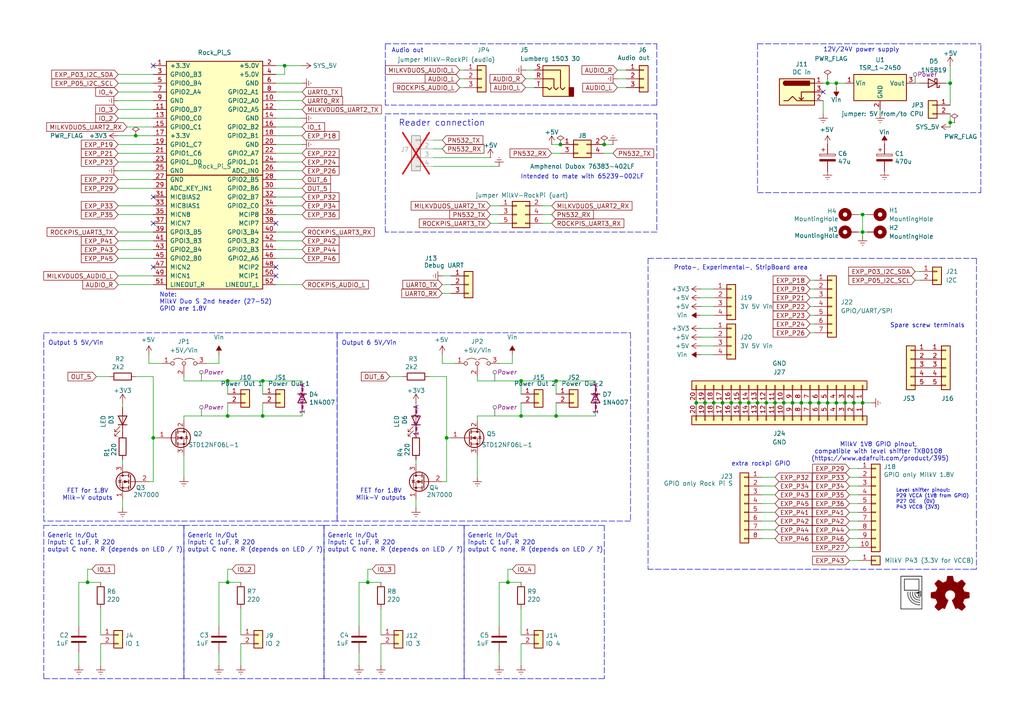
<source format=kicad_sch>
(kicad_sch (version 20250114) (generator "eeschema") (generator_version "9.0")
  (paper "A4")
  (title_block (title "Doorlockd Controller PCB") (date "2025-06-17") (comment 1 "Copyright 2025 Diederik Hamelink (wie-niet) & Matthijs Kooijman") (comment 2 "Licensed under CERN-OHL-P v2 or any later version"))
  (text "Generic In/Out \ninput: C 1uF, R 220\noutput C none, R (depends on LED / ?)" (at 54.356 154.686 0) (effects (font (size 1.27 1.27)) (justify left top)))
  (text "Reader connection" (at 115.57 36.83 0) (effects (font (size 1.778 1.778)) (justify left bottom)))
  (text "Output 6 5V/Vin" (at 99.06 100.33 0) (effects (font (size 1.27 1.27)) (justify left bottom)))
  (text "Generic In/Out \ninput: C 1uF, R 220\noutput C none, R (depends on LED / ?)" (at 94.996 154.686 0) (effects (font (size 1.27 1.27)) (justify left top)))
  (text "FET for 1.8V\nMilk-V outputs" (at 25.4 143.51 0) (effects (font (size 1.27 1.27))))
  (text "MilkV 1V8 GPIO pinout, \ncompatible with level shifter TXB0108 \n(https://www.adafruit.com/product/395)" (at 255.27 131.064 0) (effects (font (size 1.27 1.27))))
  (text "Generic In/Out \ninput: C 1uF, R 220\noutput C none, R (depends on LED / ?)" (at 13.716 154.686 0) (effects (font (size 1.27 1.27)) (justify left top)))
  (text "Intended to mate with 65239-002LF" (at 168.91 52.07 0) (effects (font (size 1.27 1.27)) (justify bottom)))
  (text "Spare screw terminals\n" (at 268.986 94.488 0) (effects (font (size 1.27 1.27))))
  (text "Output 5 5V/Vin" (at 13.97 100.33 0) (effects (font (size 1.27 1.27)) (justify left bottom)))
  (text "Level shifter pinout:\nP29 VCCA (1V8 from GPIO)\nP27 OE   (0V)\nP43 VCCB (3V3)" (at 259.842 144.78 0) (effects (font (size 1.016 1.016)) (justify left)))
  (text "Proto-, Experimental-, StripBoard area\n" (at 214.884 77.724 0) (effects (font (size 1.27 1.27))))
  (text "extra rockpi GPIO" (at 220.726 134.62 0) (effects (font (size 1.27 1.27))))
  (text "Audio out" (at 113.538 13.97 0) (effects (font (size 1.27 1.27)) (justify left top)))
  (text "Note: \nMilkV Duo S 2nd header (27-52)\nGPIO are 1.8V " (at 46.228 87.63 0) (effects (font (size 1.27 1.27)) (justify left)))
  (text "12V/24V power supply" (at 238.76 15.24 0) (effects (font (size 1.27 1.27)) (justify left bottom)))
  (text "FET for 1.8V\nMilk-V outputs" (at 110.49 143.51 0) (effects (font (size 1.27 1.27))))
  (text "Generic In/Out \ninput: C 1uF, R 220\noutput C none, R (depends on LED / ?)" (at 135.636 154.686 0) (effects (font (size 1.27 1.27)) (justify left top)))
  (junction (at 201.93 116.84))
  (junction (at 250.19 116.84))
  (junction (at 245.11 116.84))
  (junction (at 25.4 168.91))
  (junction (at 217.17 116.84))
  (junction (at 76.2 110.49))
  (junction (at 151.13 120.65))
  (junction (at 250.19 62.23))
  (junction (at 44.45 127))
  (junction (at 209.55 116.84))
  (junction (at 240.03 24.13))
  (junction (at 237.49 116.84))
  (junction (at 227.33 116.84))
  (junction (at 76.2 120.65))
  (junction (at 242.57 116.84))
  (junction (at 224.79 116.84))
  (junction (at 250.19 67.31))
  (junction (at 129.54 127))
  (junction (at 219.71 116.84))
  (junction (at 229.87 116.84))
  (junction (at 222.25 116.84))
  (junction (at 162.56 41.91))
  (junction (at 207.01 116.84))
  (junction (at 232.41 116.84))
  (junction (at 242.57 24.13))
  (junction (at 275.59 35.56))
  (junction (at 212.09 116.84))
  (junction (at 39.37 39.37))
  (junction (at 161.29 110.49))
  (junction (at 240.03 116.84))
  (junction (at 161.29 120.65))
  (junction (at 175.26 41.91))
  (junction (at 82.55 19.05))
  (junction (at 234.95 116.84))
  (junction (at 151.13 110.49))
  (junction (at 66.04 110.49))
  (junction (at 66.04 120.65))
  (junction (at 204.47 116.84))
  (junction (at 214.63 116.84))
  (junction (at 275.59 24.13))
  (junction (at 106.68 168.91))
  (junction (at 247.65 116.84))
  (junction (at 147.32 168.91))
  (junction (at 66.04 168.91))
  (no_connect (at 44.45 19.05))
  (no_connect (at 80.01 77.47))
  (no_connect (at 44.45 77.47))
  (no_connect (at 238.76 26.67))
  (no_connect (at 80.01 64.77))
  (no_connect (at 44.45 64.77))
  (no_connect (at 80.01 80.01))
  (no_connect (at 44.45 57.15))
  (wire (pts (xy 130.81 127) (xy 129.54 127)))
  (wire (pts (xy 234.95 93.98) (xy 236.22 93.98)))
  (wire (pts (xy 161.29 116.84) (xy 161.29 120.65)))
  (wire (pts (xy 44.45 109.22) (xy 44.45 127)))
  (wire (pts (xy 106.68 168.91) (xy 110.49 168.91)))
  (wire (pts (xy 80.01 36.83) (xy 87.63 36.83)))
  (wire (pts (xy 144.78 168.91) (xy 147.32 168.91)))
  (wire (pts (xy 80.01 74.93) (xy 87.63 74.93)))
  (wire (pts (xy 66.04 110.49) (xy 66.04 114.3)))
  (polyline (pts (xy 12.7 96.52) (xy 97.79 96.52)) (stroke (width 0) (type dash)))
  (wire (pts (xy 250.19 67.31) (xy 250.19 68.58)))
  (wire (pts (xy 179.07 22.86) (xy 181.61 22.86)))
  (wire (pts (xy 63.5 105.41) (xy 59.69 105.41)))
  (wire (pts (xy 43.18 139.7) (xy 44.45 139.7)))
  (wire (pts (xy 220.98 151.13) (xy 224.79 151.13)))
  (wire (pts (xy 80.01 82.55) (xy 87.63 82.55)))
  (wire (pts (xy 76.2 116.84) (xy 76.2 120.65)))
  (wire (pts (xy 67.31 165.1) (xy 66.04 165.1)))
  (wire (pts (xy 44.45 139.7) (xy 44.45 127)))
  (wire (pts (xy 147.32 165.1) (xy 147.32 168.91)))
  (wire (pts (xy 220.98 138.43) (xy 224.79 138.43)))
  (wire (pts (xy 245.11 116.84) (xy 247.65 116.84)))
  (wire (pts (xy 34.29 44.45) (xy 44.45 44.45)))
  (wire (pts (xy 87.63 119.38) (xy 87.63 120.65)))
  (wire (pts (xy 128.27 80.01) (xy 130.81 80.01)))
  (wire (pts (xy 246.38 156.21) (xy 248.92 156.21)))
  (polyline (pts (xy 12.7 151.13) (xy 12.7 96.52)) (stroke (width 0) (type dash)))
  (polyline (pts (xy 283.21 165.1) (xy 187.96 165.1)) (stroke (width 0) (type dash)))
  (wire (pts (xy 66.04 110.49) (xy 53.34 110.49)))
  (wire (pts (xy 265.43 24.13) (xy 266.7 24.13)))
  (wire (pts (xy 82.55 19.05) (xy 82.55 21.59)))
  (wire (pts (xy 217.17 116.84) (xy 219.71 116.84)))
  (wire (pts (xy 104.14 181.61) (xy 104.14 168.91)))
  (wire (pts (xy 110.49 186.69) (xy 110.49 193.04)))
  (polyline (pts (xy 219.71 55.88) (xy 284.48 55.88)) (stroke (width 0) (type dash)))
  (polyline (pts (xy 182.88 151.13) (xy 97.79 151.13)) (stroke (width 0) (type dash)))
  (wire (pts (xy 203.2 83.82) (xy 207.01 83.82)))
  (wire (pts (xy 242.57 25.4) (xy 242.57 24.13)))
  (polyline (pts (xy 182.88 96.52) (xy 182.88 151.13)) (stroke (width 0) (type dash)))
  (wire (pts (xy 138.43 120.65) (xy 151.13 120.65)))
  (wire (pts (xy 234.95 88.9) (xy 236.22 88.9)))
  (wire (pts (xy 203.2 97.79) (xy 207.01 97.79)))
  (wire (pts (xy 120.65 116.84) (xy 120.65 118.11)))
  (wire (pts (xy 220.98 156.21) (xy 224.79 156.21)))
  (wire (pts (xy 25.4 165.1) (xy 25.4 168.91)))
  (wire (pts (xy 234.95 83.82) (xy 236.22 83.82)))
  (wire (pts (xy 214.63 116.84) (xy 217.17 116.84)))
  (wire (pts (xy 246.38 138.43) (xy 248.92 138.43)))
  (wire (pts (xy 120.65 134.62) (xy 120.65 133.35)))
  (wire (pts (xy 22.86 181.61) (xy 22.86 168.91)))
  (wire (pts (xy 46.99 105.41) (xy 43.18 105.41)))
  (wire (pts (xy 66.04 165.1) (xy 66.04 168.91)))
  (wire (pts (xy 26.67 165.1) (xy 25.4 165.1)))
  (wire (pts (xy 201.93 116.84) (xy 204.47 116.84)))
  (wire (pts (xy 34.29 72.39) (xy 44.45 72.39)))
  (wire (pts (xy 87.63 111.76) (xy 87.63 110.49)))
  (wire (pts (xy 106.68 165.1) (xy 106.68 168.91)))
  (wire (pts (xy 80.01 59.69) (xy 87.63 59.69)))
  (wire (pts (xy 80.01 31.75) (xy 87.63 31.75)))
  (wire (pts (xy 138.43 109.22) (xy 138.43 110.49)))
  (wire (pts (xy 220.98 148.59) (xy 224.79 148.59)))
  (wire (pts (xy 53.34 109.22) (xy 53.34 110.49)))
  (wire (pts (xy 275.59 35.56) (xy 275.59 36.83)))
  (polyline (pts (xy 190.5 67.31) (xy 111.76 67.31)) (stroke (width 0) (type dash)))
  (polyline (pts (xy 284.48 55.88) (xy 284.48 12.7)) (stroke (width 0) (type dash)))
  (wire (pts (xy 179.07 20.32) (xy 181.61 20.32)))
  (wire (pts (xy 157.48 59.69) (xy 160.02 59.69)))
  (wire (pts (xy 204.47 116.84) (xy 207.01 116.84)))
  (wire (pts (xy 227.33 116.84) (xy 229.87 116.84)))
  (wire (pts (xy 242.57 116.84) (xy 245.11 116.84)))
  (wire (pts (xy 142.24 64.77) (xy 144.78 64.77)))
  (polyline (pts (xy 190.5 30.48) (xy 111.76 30.48)) (stroke (width 0) (type dash)))
  (wire (pts (xy 232.41 116.84) (xy 234.95 116.84)))
  (wire (pts (xy 154.94 22.86) (xy 152.4 22.86)))
  (wire (pts (xy 34.29 80.01) (xy 44.45 80.01)))
  (wire (pts (xy 161.29 120.65) (xy 172.72 120.65)))
  (wire (pts (xy 203.2 95.25) (xy 207.01 95.25)))
  (polyline (pts (xy 134.62 196.85) (xy 134.62 152.4)) (stroke (width 0) (type dash)))
  (polyline (pts (xy 97.79 151.13) (xy 12.7 151.13)) (stroke (width 0) (type dash)))
  (wire (pts (xy 275.59 24.13) (xy 275.59 30.48)))
  (wire (pts (xy 45.72 127) (xy 44.45 127)))
  (wire (pts (xy 80.01 52.07) (xy 87.63 52.07)))
  (wire (pts (xy 234.95 91.44) (xy 236.22 91.44)))
  (wire (pts (xy 242.57 24.13) (xy 245.11 24.13)))
  (wire (pts (xy 113.03 109.22) (xy 116.84 109.22)))
  (wire (pts (xy 125.73 45.72) (xy 142.24 45.72)))
  (wire (pts (xy 265.43 81.28) (xy 266.7 81.28)))
  (wire (pts (xy 157.48 64.77) (xy 160.02 64.77)))
  (wire (pts (xy 138.43 132.08) (xy 138.43 138.43)))
  (wire (pts (xy 238.76 24.13) (xy 240.03 24.13)))
  (wire (pts (xy 34.29 41.91) (xy 44.45 41.91)))
  (wire (pts (xy 34.29 39.37) (xy 39.37 39.37)))
  (wire (pts (xy 80.01 39.37) (xy 87.63 39.37)))
  (wire (pts (xy 248.92 62.23) (xy 250.19 62.23)))
  (wire (pts (xy 128.27 82.55) (xy 130.81 82.55)))
  (wire (pts (xy 154.94 20.32) (xy 152.4 20.32)))
  (wire (pts (xy 160.02 41.91) (xy 162.56 41.91)))
  (wire (pts (xy 246.38 151.13) (xy 248.92 151.13)))
  (wire (pts (xy 66.04 120.65) (xy 76.2 120.65)))
  (wire (pts (xy 148.59 165.1) (xy 147.32 165.1)))
  (wire (pts (xy 161.29 110.49) (xy 172.72 110.49)))
  (polyline (pts (xy 175.26 196.85) (xy 134.62 196.85)) (stroke (width 0) (type dash)))
  (wire (pts (xy 203.2 88.9) (xy 207.01 88.9)))
  (wire (pts (xy 80.01 54.61) (xy 87.63 54.61)))
  (wire (pts (xy 63.5 168.91) (xy 66.04 168.91)))
  (wire (pts (xy 250.19 116.84) (xy 252.73 116.84)))
  (wire (pts (xy 151.13 110.49) (xy 161.29 110.49)))
  (wire (pts (xy 53.34 132.08) (xy 53.34 138.43)))
  (wire (pts (xy 63.5 189.23) (xy 63.5 193.04)))
  (wire (pts (xy 80.01 72.39) (xy 87.63 72.39)))
  (wire (pts (xy 80.01 44.45) (xy 87.63 44.45)))
  (wire (pts (xy 35.56 116.84) (xy 35.56 118.11)))
  (wire (pts (xy 224.79 116.84) (xy 227.33 116.84)))
  (wire (pts (xy 144.78 181.61) (xy 144.78 168.91)))
  (wire (pts (xy 104.14 189.23) (xy 104.14 193.04)))
  (wire (pts (xy 151.13 176.53) (xy 151.13 184.15)))
  (polyline (pts (xy 111.76 30.48) (xy 111.76 12.7)) (stroke (width 0) (type dash)))
  (wire (pts (xy 240.03 24.13) (xy 242.57 24.13)))
  (wire (pts (xy 142.24 59.69) (xy 144.78 59.69)))
  (wire (pts (xy 34.29 59.69) (xy 44.45 59.69)))
  (polyline (pts (xy 12.7 152.4) (xy 53.34 152.4)) (stroke (width 0) (type dash)))
  (wire (pts (xy 247.65 116.84) (xy 250.19 116.84)))
  (polyline (pts (xy 97.79 96.52) (xy 97.79 151.13)) (stroke (width 0) (type dash)))
  (wire (pts (xy 80.01 49.53) (xy 87.63 49.53)))
  (wire (pts (xy 80.01 67.31) (xy 87.63 67.31)))
  (wire (pts (xy 63.5 181.61) (xy 63.5 168.91)))
  (wire (pts (xy 177.8 41.91) (xy 175.26 41.91)))
  (wire (pts (xy 151.13 110.49) (xy 151.13 114.3)))
  (polyline (pts (xy 283.21 148.59) (xy 283.21 165.1)) (stroke (width 0) (type dash)))
  (wire (pts (xy 172.72 111.76) (xy 172.72 110.49)))
  (wire (pts (xy 151.13 186.69) (xy 151.13 193.04)))
  (wire (pts (xy 234.95 86.36) (xy 236.22 86.36)))
  (wire (pts (xy 34.29 24.13) (xy 44.45 24.13)))
  (wire (pts (xy 154.94 25.4) (xy 152.4 25.4)))
  (polyline (pts (xy 190.5 33.02) (xy 190.5 67.31)) (stroke (width 0) (type dash)))
  (wire (pts (xy 220.98 153.67) (xy 224.79 153.67)))
  (wire (pts (xy 142.24 62.23) (xy 144.78 62.23)))
  (wire (pts (xy 34.29 49.53) (xy 44.45 49.53)))
  (wire (pts (xy 248.92 67.31) (xy 250.19 67.31)))
  (wire (pts (xy 157.48 62.23) (xy 160.02 62.23)))
  (wire (pts (xy 34.29 31.75) (xy 44.45 31.75)))
  (wire (pts (xy 238.76 29.21) (xy 238.76 33.02)))
  (polyline (pts (xy 53.34 196.85) (xy 12.7 196.85)) (stroke (width 0) (type dash)))
  (wire (pts (xy 125.73 48.26) (xy 144.78 48.26)))
  (wire (pts (xy 34.29 54.61) (xy 44.45 54.61)))
  (wire (pts (xy 35.56 144.78) (xy 35.56 147.32)))
  (polyline (pts (xy 187.96 74.93) (xy 283.21 74.93)) (stroke (width 0) (type dash)))
  (wire (pts (xy 76.2 110.49) (xy 87.63 110.49)))
  (wire (pts (xy 128.27 105.41) (xy 128.27 102.87)))
  (wire (pts (xy 34.29 29.21) (xy 44.45 29.21)))
  (wire (pts (xy 80.01 24.13) (xy 87.63 24.13)))
  (polyline (pts (xy 111.76 33.02) (xy 190.5 33.02)) (stroke (width 0) (type dash)))
  (wire (pts (xy 275.59 35.56) (xy 276.86 35.56)))
  (polyline (pts (xy 134.62 152.4) (xy 175.26 152.4)) (stroke (width 0) (type dash)))
  (wire (pts (xy 80.01 26.67) (xy 87.63 26.67)))
  (wire (pts (xy 246.38 148.59) (xy 248.92 148.59)))
  (wire (pts (xy 246.38 162.56) (xy 248.92 162.56)))
  (wire (pts (xy 132.08 105.41) (xy 128.27 105.41)))
  (wire (pts (xy 172.72 119.38) (xy 172.72 120.65)))
  (wire (pts (xy 44.45 36.83) (xy 36.83 36.83)))
  (wire (pts (xy 179.07 25.4) (xy 181.61 25.4)))
  (wire (pts (xy 203.2 100.33) (xy 207.01 100.33)))
  (polyline (pts (xy 219.71 12.7) (xy 219.71 55.88)) (stroke (width 0) (type dash)))
  (wire (pts (xy 128.27 40.64) (xy 125.73 40.64)))
  (wire (pts (xy 69.85 186.69) (xy 69.85 193.04)))
  (wire (pts (xy 147.32 168.91) (xy 151.13 168.91)))
  (polyline (pts (xy 53.34 152.4) (xy 93.98 152.4)) (stroke (width 0) (type dash)))
  (polyline (pts (xy 97.79 96.52) (xy 182.88 96.52)) (stroke (width 0) (type dash)))
  (wire (pts (xy 80.01 21.59) (xy 82.55 21.59)))
  (wire (pts (xy 255.27 31.75) (xy 255.27 33.02)))
  (wire (pts (xy 148.59 105.41) (xy 144.78 105.41)))
  (wire (pts (xy 240.03 22.86) (xy 240.03 24.13)))
  (polyline (pts (xy 175.26 152.4) (xy 175.26 196.85)) (stroke (width 0) (type dash)))
  (wire (pts (xy 128.27 85.09) (xy 130.81 85.09)))
  (polyline (pts (xy 190.5 12.7) (xy 190.5 30.48)) (stroke (width 0) (type dash)))
  (wire (pts (xy 82.55 19.05) (xy 87.63 19.05)))
  (wire (pts (xy 246.38 158.75) (xy 248.92 158.75)))
  (wire (pts (xy 275.59 19.05) (xy 275.59 24.13)))
  (wire (pts (xy 246.38 135.89) (xy 248.92 135.89)))
  (wire (pts (xy 207.01 116.84) (xy 209.55 116.84)))
  (wire (pts (xy 66.04 116.84) (xy 66.04 120.65)))
  (wire (pts (xy 265.43 78.74) (xy 266.7 78.74)))
  (wire (pts (xy 203.2 91.44) (xy 207.01 91.44)))
  (wire (pts (xy 76.2 114.3) (xy 76.2 110.49)))
  (wire (pts (xy 80.01 57.15) (xy 87.63 57.15)))
  (polyline (pts (xy 93.98 196.85) (xy 93.98 152.4)) (stroke (width 0) (type dash)))
  (wire (pts (xy 240.03 116.84) (xy 242.57 116.84)))
  (wire (pts (xy 250.19 62.23) (xy 250.19 67.31)))
  (polyline (pts (xy 219.71 12.7) (xy 284.48 12.7)) (stroke (width 0) (type dash)))
  (polyline (pts (xy 134.62 152.4) (xy 134.62 196.85)) (stroke (width 0) (type dash)))
  (wire (pts (xy 128.27 139.7) (xy 129.54 139.7)))
  (wire (pts (xy 212.09 116.84) (xy 214.63 116.84)))
  (wire (pts (xy 133.35 22.86) (xy 134.62 22.86)))
  (wire (pts (xy 229.87 116.84) (xy 232.41 116.84)))
  (wire (pts (xy 22.86 168.91) (xy 25.4 168.91)))
  (wire (pts (xy 80.01 69.85) (xy 87.63 69.85)))
  (wire (pts (xy 120.65 144.78) (xy 120.65 147.32)))
  (wire (pts (xy 63.5 102.87) (xy 63.5 105.41)))
  (wire (pts (xy 66.04 168.91) (xy 69.85 168.91)))
  (wire (pts (xy 203.2 102.87) (xy 207.01 102.87)))
  (wire (pts (xy 29.21 186.69) (xy 29.21 193.04)))
  (wire (pts (xy 80.01 19.05) (xy 82.55 19.05)))
  (wire (pts (xy 129.54 139.7) (xy 129.54 127)))
  (wire (pts (xy 39.37 39.37) (xy 44.45 39.37)))
  (wire (pts (xy 80.01 34.29) (xy 87.63 34.29)))
  (polyline (pts (xy 97.79 151.13) (xy 97.79 96.52)) (stroke (width 0) (type dash)))
  (wire (pts (xy 220.98 143.51) (xy 224.79 143.51)))
  (wire (pts (xy 151.13 116.84) (xy 151.13 120.65)))
  (wire (pts (xy 246.38 143.51) (xy 248.92 143.51)))
  (wire (pts (xy 34.29 69.85) (xy 44.45 69.85)))
  (polyline (pts (xy 111.76 12.7) (xy 190.5 12.7)) (stroke (width 0) (type dash)))
  (wire (pts (xy 35.56 134.62) (xy 35.56 133.35)))
  (polyline (pts (xy 12.7 196.85) (xy 12.7 152.4)) (stroke (width 0) (type dash)))
  (polyline (pts (xy 93.98 152.4) (xy 93.98 196.85)) (stroke (width 0) (type dash)))
  (wire (pts (xy 219.71 116.84) (xy 222.25 116.84)))
  (polyline (pts (xy 53.34 152.4) (xy 53.34 196.85)) (stroke (width 0) (type dash)))
  (wire (pts (xy 246.38 146.05) (xy 248.92 146.05)))
  (wire (pts (xy 107.95 165.1) (xy 106.68 165.1)))
  (wire (pts (xy 124.46 109.22) (xy 129.54 109.22)))
  (wire (pts (xy 138.43 120.65) (xy 138.43 121.92)))
  (wire (pts (xy 250.19 62.23) (xy 251.46 62.23)))
  (wire (pts (xy 22.86 189.23) (xy 22.86 193.04)))
  (wire (pts (xy 34.29 67.31) (xy 44.45 67.31)))
  (wire (pts (xy 76.2 120.65) (xy 87.63 120.65)))
  (polyline (pts (xy 187.96 74.93) (xy 187.96 165.1)) (stroke (width 0) (type dash)))
  (wire (pts (xy 246.38 153.67) (xy 248.92 153.67)))
  (wire (pts (xy 34.29 26.67) (xy 44.45 26.67)))
  (wire (pts (xy 246.38 140.97) (xy 248.92 140.97)))
  (wire (pts (xy 209.55 116.84) (xy 212.09 116.84)))
  (wire (pts (xy 104.14 168.91) (xy 106.68 168.91)))
  (wire (pts (xy 222.25 116.84) (xy 224.79 116.84)))
  (wire (pts (xy 66.04 110.49) (xy 76.2 110.49)))
  (wire (pts (xy 34.29 82.55) (xy 44.45 82.55)))
  (wire (pts (xy 151.13 120.65) (xy 161.29 120.65)))
  (polyline (pts (xy 111.76 67.31) (xy 111.76 33.02)) (stroke (width 0) (type dash)))
  (wire (pts (xy 234.95 116.84) (xy 237.49 116.84)))
  (wire (pts (xy 27.94 109.22) (xy 31.75 109.22)))
  (wire (pts (xy 129.54 109.22) (xy 129.54 127)))
  (wire (pts (xy 110.49 176.53) (xy 110.49 184.15)))
  (wire (pts (xy 220.98 146.05) (xy 224.79 146.05)))
  (wire (pts (xy 133.35 25.4) (xy 134.62 25.4)))
  (wire (pts (xy 234.95 96.52) (xy 236.22 96.52)))
  (wire (pts (xy 250.19 67.31) (xy 251.46 67.31)))
  (wire (pts (xy 39.37 109.22) (xy 44.45 109.22)))
  (wire (pts (xy 34.29 74.93) (xy 44.45 74.93)))
  (wire (pts (xy 151.13 110.49) (xy 138.43 110.49)))
  (wire (pts (xy 34.29 52.07) (xy 44.45 52.07)))
  (wire (pts (xy 29.21 176.53) (xy 29.21 184.15)))
  (wire (pts (xy 80.01 41.91) (xy 87.63 41.91)))
  (wire (pts (xy 69.85 176.53) (xy 69.85 184.15)))
  (wire (pts (xy 80.01 62.23) (xy 87.63 62.23)))
  (wire (pts (xy 80.01 29.21) (xy 87.63 29.21)))
  (wire (pts (xy 148.59 102.87) (xy 148.59 105.41)))
  (polyline (pts (xy 134.62 196.85) (xy 93.98 196.85)) (stroke (width 0) (type dash)))
  (wire (pts (xy 34.29 62.23) (xy 44.45 62.23)))
  (wire (pts (xy 144.78 189.23) (xy 144.78 193.04)))
  (wire (pts (xy 34.29 46.99) (xy 44.45 46.99)))
  (wire (pts (xy 220.98 140.97) (xy 224.79 140.97)))
  (wire (pts (xy 162.56 44.45) (xy 160.02 44.45)))
  (wire (pts (xy 161.29 114.3) (xy 161.29 110.49)))
  (wire (pts (xy 53.34 120.65) (xy 66.04 120.65)))
  (polyline (pts (xy 53.34 196.85) (xy 53.34 152.4)) (stroke (width 0) (type dash)))
  (wire (pts (xy 133.35 20.32) (xy 134.62 20.32)))
  (wire (pts (xy 125.73 43.18) (xy 128.27 43.18)))
  (wire (pts (xy 275.59 33.02) (xy 275.59 35.56)))
  (polyline (pts (xy 93.98 152.4) (xy 134.62 152.4)) (stroke (width 0) (type dash)))
  (wire (pts (xy 34.29 34.29) (xy 44.45 34.29)))
  (wire (pts (xy 34.29 21.59) (xy 44.45 21.59)))
  (polyline (pts (xy 283.21 74.93) (xy 283.21 148.59)) (stroke (width 0) (type dash)))
  (wire (pts (xy 53.34 120.65) (xy 53.34 121.92)))
  (wire (pts (xy 237.49 116.84) (xy 240.03 116.84)))
  (polyline (pts (xy 93.98 196.85) (xy 53.34 196.85)) (stroke (width 0) (type dash)))
  (wire (pts (xy 80.01 46.99) (xy 87.63 46.99)))
  (wire (pts (xy 203.2 86.36) (xy 207.01 86.36)))
  (wire (pts (xy 274.32 24.13) (xy 275.59 24.13)))
  (wire (pts (xy 43.18 105.41) (xy 43.18 102.87)))
  (wire (pts (xy 25.4 168.91) (xy 29.21 168.91)))
  (wire (pts (xy 234.95 81.28) (xy 236.22 81.28)))
  (wire (pts (xy 175.26 44.45) (xy 177.8 44.45)))
  (image (at 265.43 171.45) (scale 2))
  (global_label "PN532_RX" (shape input) (at 160.02 44.45 180) (property "Intersheetrefs" "${INTERSHEET_REFS}" (effects (hide yes))))
  (global_label "EXP_P45" (shape input) (at 224.79 146.05 0) (property "Intersheetrefs" "${INTERSHEET_REFS}" (effects (hide yes))))
  (global_label "OUT_5" (shape input) (at 87.63 54.61 0) (property "Intersheetrefs" "${INTERSHEET_REFS}" (effects (hide yes))))
  (global_label "MILKVDUOS_UART2_TX" (shape input) (at 87.63 31.75 0) (property "Intersheetrefs" "${INTERSHEET_REFS}" (effects (hide yes))))
  (global_label "EXP_P42" (shape input) (at 224.79 151.13 0) (property "Intersheetrefs" "${INTERSHEET_REFS}" (effects (hide yes))))
  (global_label "ROCKPIS_UART3_TX" (shape input) (at 142.24 64.77 180) (property "Intersheetrefs" "${INTERSHEET_REFS}" (effects (hide yes))))
  (global_label "IO_3" (shape input) (at 34.29 31.75 180) (property "Intersheetrefs" "${INTERSHEET_REFS}" (effects (hide yes))))
  (global_label "MILKVDUOS_AUDIO_L" (shape input) (at 34.29 80.01 180) (property "Intersheetrefs" "${INTERSHEET_REFS}" (effects (hide yes))))
  (global_label "EXP_P21" (shape input) (at 34.29 44.45 180) (property "Intersheetrefs" "${INTERSHEET_REFS}" (effects (hide yes))))
  (global_label "UART0_RX" (shape input) (at 87.63 29.21 0) (property "Intersheetrefs" "${INTERSHEET_REFS}" (effects (hide yes))))
  (global_label "EXP_P34" (shape input) (at 246.38 140.97 180) (property "Intersheetrefs" "${INTERSHEET_REFS}" (effects (hide yes))))
  (global_label "EXP_P34" (shape input) (at 87.63 59.69 0) (property "Intersheetrefs" "${INTERSHEET_REFS}" (effects (hide yes))))
  (global_label "IO_2" (shape input) (at 67.31 165.1 0) (property "Intersheetrefs" "${INTERSHEET_REFS}" (effects (hide yes))))
  (global_label "EXP_P29" (shape input) (at 246.38 135.89 180) (property "Intersheetrefs" "${INTERSHEET_REFS}" (effects (hide yes))))
  (global_label "UART0_RX" (shape input) (at 128.27 85.09 180) (property "Intersheetrefs" "${INTERSHEET_REFS}" (effects (hide yes))))
  (global_label "EXP_P43" (shape input) (at 246.38 162.56 180) (property "Intersheetrefs" "${INTERSHEET_REFS}" (effects (hide yes))))
  (global_label "EXP_P05_I2C_SCL" (shape input) (at 34.29 24.13 180) (property "Intersheetrefs" "${INTERSHEET_REFS}" (effects (hide yes))))
  (global_label "IO_1" (shape input) (at 87.63 36.83 0) (property "Intersheetrefs" "${INTERSHEET_REFS}" (effects (hide yes))))
  (global_label "EXP_P03_I2C_SDA" (shape input) (at 34.29 21.59 180) (property "Intersheetrefs" "${INTERSHEET_REFS}" (effects (hide yes))))
  (global_label "EXP_P34" (shape input) (at 224.79 140.97 0) (property "Intersheetrefs" "${INTERSHEET_REFS}" (effects (hide yes))))
  (global_label "MILKVDUOS_AUDIO_L" (shape input) (at 133.35 20.32 180) (property "Intersheetrefs" "${INTERSHEET_REFS}" (effects (hide yes))))
  (global_label "MILKVDUOS_UART2_TX" (shape input) (at 142.24 59.69 180) (property "Intersheetrefs" "${INTERSHEET_REFS}" (effects (hide yes))))
  (global_label "EXP_P43" (shape input) (at 34.29 72.39 180) (property "Intersheetrefs" "${INTERSHEET_REFS}" (effects (hide yes))))
  (global_label "OUT_5" (shape input) (at 27.94 109.22 180) (property "Intersheetrefs" "${INTERSHEET_REFS}" (effects (hide yes))))
  (global_label "EXP_P35" (shape input) (at 246.38 143.51 180) (property "Intersheetrefs" "${INTERSHEET_REFS}" (effects (hide yes))))
  (global_label "IO_4" (shape input) (at 34.29 26.67 180) (property "Intersheetrefs" "${INTERSHEET_REFS}" (effects (hide yes))))
  (global_label "EXP_P44" (shape input) (at 87.63 72.39 0) (property "Intersheetrefs" "${INTERSHEET_REFS}" (effects (hide yes))))
  (global_label "EXP_P35" (shape input) (at 34.29 62.23 180) (property "Intersheetrefs" "${INTERSHEET_REFS}" (effects (hide yes))))
  (global_label "PN532_TX" (shape input) (at 177.8 44.45 0) (property "Intersheetrefs" "${INTERSHEET_REFS}" (effects (hide yes))))
  (global_label "ROCKPIS_AUDIO_L" (shape input) (at 133.35 25.4 180) (property "Intersheetrefs" "${INTERSHEET_REFS}" (effects (hide yes))))
  (global_label "EXP_P23" (shape input) (at 34.29 46.99 180) (property "Intersheetrefs" "${INTERSHEET_REFS}" (effects (hide yes))))
  (global_label "EXP_P22" (shape input) (at 234.95 88.9 180) (property "Intersheetrefs" "${INTERSHEET_REFS}" (effects (hide yes))))
  (global_label "AUDIO_R" (shape input) (at 152.4 22.86 180) (property "Intersheetrefs" "${INTERSHEET_REFS}" (effects (hide yes))))
  (global_label "EXP_P18" (shape input) (at 87.63 39.37 0) (property "Intersheetrefs" "${INTERSHEET_REFS}" (effects (hide yes))))
  (global_label "EXP_P24" (shape input) (at 234.95 93.98 180) (property "Intersheetrefs" "${INTERSHEET_REFS}" (effects (hide yes))))
  (global_label "EXP_P32" (shape input) (at 87.63 57.15 0) (property "Intersheetrefs" "${INTERSHEET_REFS}" (effects (hide yes))))
  (global_label "ROCKPIS_AUDIO_L" (shape input) (at 87.63 82.55 0) (property "Intersheetrefs" "${INTERSHEET_REFS}" (effects (hide yes))))
  (global_label "EXP_P42" (shape input) (at 246.38 151.13 180) (property "Intersheetrefs" "${INTERSHEET_REFS}" (effects (hide yes))))
  (global_label "EXP_P22" (shape input) (at 87.63 44.45 0) (property "Intersheetrefs" "${INTERSHEET_REFS}" (effects (hide yes))))
  (global_label "EXP_P23" (shape input) (at 234.95 91.44 180) (property "Intersheetrefs" "${INTERSHEET_REFS}" (effects (hide yes))))
  (global_label "EXP_P26" (shape input) (at 87.63 49.53 0) (property "Intersheetrefs" "${INTERSHEET_REFS}" (effects (hide yes))))
  (global_label "OUT_6" (shape input) (at 87.63 52.07 0) (property "Intersheetrefs" "${INTERSHEET_REFS}" (effects (hide yes))))
  (global_label "UART0_TX" (shape input) (at 128.27 82.55 180) (property "Intersheetrefs" "${INTERSHEET_REFS}" (effects (hide yes))))
  (global_label "EXP_P33" (shape input) (at 34.29 59.69 180) (property "Intersheetrefs" "${INTERSHEET_REFS}" (effects (hide yes))))
  (global_label "EXP_P45" (shape input) (at 34.29 74.93 180) (property "Intersheetrefs" "${INTERSHEET_REFS}" (effects (hide yes))))
  (global_label "PN532_TX" (shape input) (at 128.27 40.64 0) (property "Intersheetrefs" "${INTERSHEET_REFS}" (effects (hide yes))))
  (global_label "EXP_P19" (shape input) (at 34.29 41.91 180) (property "Intersheetrefs" "${INTERSHEET_REFS}" (effects (hide yes))))
  (global_label "EXP_P03_I2C_SDA" (shape input) (at 265.43 78.74 180) (property "Intersheetrefs" "${INTERSHEET_REFS}" (effects (hide yes))))
  (global_label "AUDIO_R" (shape input) (at 34.29 82.55 180) (property "Intersheetrefs" "${INTERSHEET_REFS}" (effects (hide yes))))
  (global_label "EXP_P05_I2C_SCL" (shape input) (at 265.43 81.28 180) (property "Intersheetrefs" "${INTERSHEET_REFS}" (effects (hide yes))))
  (global_label "PN532_RX" (shape input) (at 128.27 43.18 0) (property "Intersheetrefs" "${INTERSHEET_REFS}" (effects (hide yes))))
  (global_label "EXP_P44" (shape input) (at 224.79 153.67 0) (property "Intersheetrefs" "${INTERSHEET_REFS}" (effects (hide yes))))
  (global_label "EXP_P41" (shape input) (at 246.38 148.59 180) (property "Intersheetrefs" "${INTERSHEET_REFS}" (effects (hide yes))))
  (global_label "EXP_P29" (shape input) (at 34.29 54.61 180) (property "Intersheetrefs" "${INTERSHEET_REFS}" (effects (hide yes))))
  (global_label "IO_4" (shape input) (at 148.59 165.1 0) (property "Intersheetrefs" "${INTERSHEET_REFS}" (effects (hide yes))))
  (global_label "EXP_P33" (shape input) (at 246.38 138.43 180) (property "Intersheetrefs" "${INTERSHEET_REFS}" (effects (hide yes))))
  (global_label "EXP_P41" (shape input) (at 34.29 69.85 180) (property "Intersheetrefs" "${INTERSHEET_REFS}" (effects (hide yes))))
  (global_label "EXP_P46" (shape input) (at 87.63 74.93 0) (property "Intersheetrefs" "${INTERSHEET_REFS}" (effects (hide yes))))
  (global_label "ROCKPIS_UART3_RX" (shape input) (at 160.02 64.77 0) (property "Intersheetrefs" "${INTERSHEET_REFS}" (effects (hide yes))))
  (global_label "EXP_P27" (shape input) (at 34.29 52.07 180) (property "Intersheetrefs" "${INTERSHEET_REFS}" (effects (hide yes))))
  (global_label "EXP_P42" (shape input) (at 87.63 69.85 0) (property "Intersheetrefs" "${INTERSHEET_REFS}" (effects (hide yes))))
  (global_label "PN532_TX" (shape input) (at 142.24 62.23 180) (property "Intersheetrefs" "${INTERSHEET_REFS}" (effects (hide yes))))
  (global_label "MILKVDUOS_UART2_RX" (shape input) (at 160.02 59.69 0) (property "Intersheetrefs" "${INTERSHEET_REFS}" (effects (hide yes))))
  (global_label "AUDIO_L" (shape input) (at 152.4 25.4 180) (property "Intersheetrefs" "${INTERSHEET_REFS}" (effects (hide yes))))
  (global_label "EXP_P19" (shape input) (at 234.95 83.82 180) (property "Intersheetrefs" "${INTERSHEET_REFS}" (effects (hide yes))))
  (global_label "EXP_P46" (shape input) (at 246.38 156.21 180) (property "Intersheetrefs" "${INTERSHEET_REFS}" (effects (hide yes))))
  (global_label "OUT_6" (shape input) (at 113.03 109.22 180) (property "Intersheetrefs" "${INTERSHEET_REFS}" (effects (hide yes))))
  (global_label "AUDIO_L" (shape input) (at 133.35 22.86 180) (property "Intersheetrefs" "${INTERSHEET_REFS}" (effects (hide yes))))
  (global_label "EXP_P43" (shape input) (at 224.79 143.51 0) (property "Intersheetrefs" "${INTERSHEET_REFS}" (effects (hide yes))))
  (global_label "EXP_P32" (shape input) (at 224.79 138.43 0) (property "Intersheetrefs" "${INTERSHEET_REFS}" (effects (hide yes))))
  (global_label "AUDIO_R" (shape input) (at 179.07 20.32 180) (property "Intersheetrefs" "${INTERSHEET_REFS}" (effects (hide yes))))
  (global_label "EXP_P18" (shape input) (at 234.95 81.28 180) (property "Intersheetrefs" "${INTERSHEET_REFS}" (effects (hide yes))))
  (global_label "IO_2" (shape input) (at 34.29 34.29 180) (property "Intersheetrefs" "${INTERSHEET_REFS}" (effects (hide yes))))
  (global_label "EXP_P26" (shape input) (at 234.95 96.52 180) (property "Intersheetrefs" "${INTERSHEET_REFS}" (effects (hide yes))))
  (global_label "ROCKPIS_UART3_RX" (shape input) (at 87.63 67.31 0) (property "Intersheetrefs" "${INTERSHEET_REFS}" (effects (hide yes))))
  (global_label "IO_1" (shape input) (at 26.67 165.1 0) (property "Intersheetrefs" "${INTERSHEET_REFS}" (effects (hide yes))))
  (global_label "EXP_P44" (shape input) (at 246.38 153.67 180) (property "Intersheetrefs" "${INTERSHEET_REFS}" (effects (hide yes))))
  (global_label "EXP_P24" (shape input) (at 87.63 46.99 0) (property "Intersheetrefs" "${INTERSHEET_REFS}" (effects (hide yes))))
  (global_label "EXP_P36" (shape input) (at 246.38 146.05 180) (property "Intersheetrefs" "${INTERSHEET_REFS}" (effects (hide yes))))
  (global_label "EXP_P36" (shape input) (at 87.63 62.23 0) (property "Intersheetrefs" "${INTERSHEET_REFS}" (effects (hide yes))))
  (global_label "ROCKPIS_UART3_TX" (shape input) (at 34.29 67.31 180) (property "Intersheetrefs" "${INTERSHEET_REFS}" (effects (hide yes))))
  (global_label "MILKVDUOS_UART2_RX" (shape input) (at 36.83 36.83 180) (property "Intersheetrefs" "${INTERSHEET_REFS}" (effects (hide yes))))
  (global_label "EXP_P41" (shape input) (at 224.79 148.59 0) (property "Intersheetrefs" "${INTERSHEET_REFS}" (effects (hide yes))))
  (global_label "UART0_TX" (shape input) (at 87.63 26.67 0) (property "Intersheetrefs" "${INTERSHEET_REFS}" (effects (hide yes))))
  (global_label "EXP_P21" (shape input) (at 234.95 86.36 180) (property "Intersheetrefs" "${INTERSHEET_REFS}" (effects (hide yes))))
  (global_label "IO_3" (shape input) (at 107.95 165.1 0) (property "Intersheetrefs" "${INTERSHEET_REFS}" (effects (hide yes))))
  (global_label "PN532_RX" (shape input) (at 160.02 62.23 0) (property "Intersheetrefs" "${INTERSHEET_REFS}" (effects (hide yes))))
  (global_label "EXP_P46" (shape input) (at 224.79 156.21 0) (property "Intersheetrefs" "${INTERSHEET_REFS}" (effects (hide yes))))
  (global_label "AUDIO_L" (shape input) (at 179.07 25.4 180) (property "Intersheetrefs" "${INTERSHEET_REFS}" (effects (hide yes))))
  (global_label "EXP_P27" (shape input) (at 246.38 158.75 180) (property "Intersheetrefs" "${INTERSHEET_REFS}" (effects (hide yes))))
  (netclass_flag "" (length 2.54) (shape round) (at 58.42 110.49 0) (property "Netclass" "Power" (at 59.0296 107.95 0) (effects (font (italic yes)) (justify left))))
  (netclass_flag "" (length 2.54) (shape round) (at 143.51 110.49 0) (property "Netclass" "Power" (at 144.1196 107.95 0) (effects (font (italic yes)) (justify left))))
  (netclass_flag "" (length 2.54) (shape round) (at 58.42 120.65 0) (property "Netclass" "Power" (at 59.0296 118.11 0) (effects (font (italic yes)) (justify left))))
  (netclass_flag "" (length 2.54) (shape round) (at 265.43 24.13 0) (property "Netclass" "Power" (at 266.0396 21.59 0) (effects (justify left))))
  (netclass_flag "" (length 2.54) (shape round) (at 143.51 120.65 0) (property "Netclass" "Power" (at 144.1196 118.11 0) (effects (font (italic yes)) (justify left))))
  (symbol (lib_id "Regulator_Switching:TSR_1-2450") (at 255.27 26.67 0) (unit 1)
    (property "Reference" "U1" (at 255.27 17.3482 0))
    (property "Value" "TSR_1-2450" (at 255.27 19.6596 0))
    (property "Footprint" "Converter_DCDC:Converter_DCDC_TRACO_TSR-1_THT" (effects (hide yes)))
    (property "Datasheet" "http://www.tracopower.com/products/tsr1.pdf" (effects (hide yes)))
    (property "Description" "1A step-down regulator module, fixed 5V output voltage, 5-36V input voltage, -40°C to +85°C temperature range, TO-220 compatible LM78xx replacement" (effects (hide yes)))
  )
  (symbol (lib_id "power:VS") (at 242.57 25.4 0) (mirror x) (unit 1)
    (property "Reference" "#PWR0112" (effects (hide yes)))
    (property "Value" "Vin" (at 242.57 28.956 0))
    (property "Description" "Power symbol creates a global label with name \"VS\"" (effects (hide yes)))
  )
  (symbol (lib_id "power:+5V") (at 275.59 19.05 0) (unit 1)
    (property "Reference" "#PWR0113" (effects (hide yes)))
    (property "Value" "+5V" (at 275.59 15.494 0))
    (property "Description" "Power symbol creates a global label with name \"+5V\"" (effects (hide yes)))
  )
  (symbol (lib_id "power:Earth") (at 238.76 33.02 0) (unit 1)
    (property "Reference" "#PWR018" (effects (hide yes)))
    (property "Value" "Earth" (effects (hide yes)))
    (property "Description" "Power symbol creates a global label with name \"Earth\"" (effects (hide yes)))
  )
  (symbol (lib_id "power:Earth") (at 255.27 33.02 0) (unit 1)
    (property "Reference" "#PWR019" (effects (hide yes)))
    (property "Value" "Earth" (effects (hide yes)))
    (property "Description" "Power symbol creates a global label with name \"Earth\"" (effects (hide yes)))
  )
  (symbol (lib_id "Connector:Barrel_Jack_Switch") (at 231.14 26.67 0) (unit 1)
    (property "Reference" "J11" (at 232.537 18.6182 0))
    (property "Value" "DC in" (at 232.537 20.9296 0))
    (property "Footprint" "Connector_BarrelJack:BarrelJack_Horizontal" (effects (hide yes)))
    (property "Description" "DC Barrel Jack with an internal switch" (effects (hide yes)))
  )
  (symbol (lib_id "Device:R") (at 29.21 172.72 0) (unit 1)
    (property "Reference" "R6" (at 30.988 171.5516 0) (effects (justify left)))
    (property "Value" "220" (at 30.988 173.863 0) (effects (justify left)))
    (property "Footprint" "Resistor_THT:R_Axial_DIN0207_L6.3mm_D2.5mm_P10.16mm_Horizontal" (effects (hide yes)))
    (property "Description" "Resistor" (effects (hide yes)))
  )
  (symbol (lib_id "Device:C") (at 22.86 185.42 0) (mirror x) (unit 1)
    (property "Reference" "C2" (at 19.939 184.2516 0) (effects (justify right)))
    (property "Value" "1uF" (at 19.939 186.563 0) (effects (justify right)))
    (property "Footprint" "Capacitor_THT:C_Disc_D7.5mm_W4.4mm_P5.00mm" (effects (hide yes)))
    (property "Description" "Unpolarized capacitor" (effects (hide yes)))
  )
  (symbol (lib_id "Connector_Generic:Conn_01x02") (at 34.29 184.15 0) (unit 1)
    (property "Reference" "J4" (at 36.322 184.3532 0) (effects (justify left)))
    (property "Value" "IO 1" (at 36.322 186.6646 0) (effects (justify left)))
    (property "Footprint" "Connector_Molex:Molex_KK-254_AE-6410-02A_1x02_P2.54mm_Vertical" (effects (hide yes)))
    (property "Description" "Generic connector, single row, 01x02, script generated (kicad-library-utils/schlib/autogen/connector/)" (effects (hide yes)))
  )
  (symbol (lib_id "power:Earth") (at 22.86 193.04 0) (unit 1)
    (property "Reference" "#PWR015" (effects (hide yes)))
    (property "Value" "Earth" (effects (hide yes)))
    (property "Description" "Power symbol creates a global label with name \"Earth\"" (effects (hide yes)))
  )
  (symbol (lib_id "power:Earth") (at 29.21 193.04 0) (unit 1)
    (property "Reference" "#PWR017" (effects (hide yes)))
    (property "Value" "Earth" (effects (hide yes)))
    (property "Description" "Power symbol creates a global label with name \"Earth\"" (effects (hide yes)))
  )
  (symbol (lib_id "Graphic:Logo_Open_Hardware_Small") (at 275.59 172.72 0) (unit 1) (exclude_from_sim yes)
    (property "Reference" "#LOGO1" (effects (hide yes)))
    (property "Value" "Logo_Open_Hardware_Small" (effects (hide yes)))
    (property "Description" "Open Hardware logo, small" (effects (hide yes)))
  )
  (symbol (lib_id "Mechanical:MountingHole_Pad") (at 254 67.31 270) (unit 1) (in_bom no)
    (property "Reference" "H2" (at 257.81 66.0399 90) (effects (justify left)))
    (property "Value" "MountingHole" (at 257.81 68.5799 90) (effects (justify left)))
    (property "Footprint" "MountingHole_Dual_3.2mm_M3_Offset1x0.5mm:MountingHole_Dual_3.2mm_M3_Offset1x0.5mm" (effects (hide yes)))
    (property "Description" "Mounting Hole with connection" (effects (hide yes)))
  )
  (symbol (lib_id "Device:R") (at 69.85 172.72 0) (unit 1)
    (property "Reference" "R7" (at 71.628 171.5516 0) (effects (justify left)))
    (property "Value" "220" (at 71.628 173.863 0) (effects (justify left)))
    (property "Footprint" "Resistor_THT:R_Axial_DIN0207_L6.3mm_D2.5mm_P10.16mm_Horizontal" (effects (hide yes)))
    (property "Description" "Resistor" (effects (hide yes)))
  )
  (symbol (lib_id "power:Earth") (at 144.78 48.26 180) (unit 1)
    (property "Reference" "#PWR024" (effects (hide yes)))
    (property "Value" "Earth" (effects (hide yes)))
    (property "Description" "Power symbol creates a global label with name \"Earth\"" (effects (hide yes)))
  )
  (symbol (lib_id "power:Earth") (at 35.56 147.32 0) (unit 1)
    (property "Reference" "#PWR02" (effects (hide yes)))
    (property "Value" "Earth" (effects (hide yes)))
    (property "Description" "Power symbol creates a global label with name \"Earth\"" (effects (hide yes)))
  )
  (symbol (lib_id "Connector_Generic:Conn_01x02") (at 271.78 78.74 0) (unit 1)
    (property "Reference" "J21" (at 274.32 78.7399 0) (effects (justify left)))
    (property "Value" "I2C" (at 274.32 81.2799 0) (effects (justify left)))
    (property "Footprint" "StripBoard:StripBoard_1x02_P2.54mm" (effects (hide yes)))
    (property "Description" "Generic connector, single row, 01x02, script generated (kicad-library-utils/schlib/autogen/connector/)" (effects (hide yes)))
  )
  (symbol (lib_id "power:+5V") (at 275.59 36.83 90) (mirror x) (unit 1)
    (property "Reference" "#PWR09" (effects (hide yes)))
    (property "Value" "SYS_5V" (at 268.986 36.83 90))
    (property "Description" "Power symbol creates a global label with name \"+5V\"" (effects (hide yes)))
  )
  (symbol (lib_id "power:Earth") (at 152.4 20.32 270) (unit 1)
    (property "Reference" "#PWR01" (effects (hide yes)))
    (property "Value" "Earth" (effects (hide yes)))
    (property "Description" "Power symbol creates a global label with name \"Earth\"" (effects (hide yes)))
  )
  (symbol (lib_id "Transistor_FET:Q_NMOS_GDS") (at 135.89 127 0) (unit 1)
    (property "Reference" "Q5" (at 141.097 125.8316 0) (effects (justify left)))
    (property "Value" "STD12NF06L-1" (at 139.7 129.032 0) (effects (justify left)))
    (property "Footprint" "Package_TO_SOT_THT:TO-251-3_Vertical" (effects (hide yes)))
    (property "Description" "N-MOSFET transistor, gate/drain/source" (effects (hide yes)))
  )
  (symbol (lib_id "Transistor_FET:2N7000") (at 123.19 139.7 0) (mirror y) (unit 1)
    (property "Reference" "Q4" (at 127.254 141.478 0) (effects (justify left)))
    (property "Value" "2N7000" (at 131.318 143.51 0) (effects (justify left)))
    (property "Footprint" "Package_TO_SOT_THT:TO-92_Wide" (effects (hide yes)))
    (property "Datasheet" "https://www.vishay.com/docs/70226/70226.pdf" (effects (hide yes)))
    (property "Description" "0.2A Id, 200V Vds, N-Channel MOSFET, 2.6V Logic Level, TO-92" (effects (hide yes)))
  )
  (symbol (lib_id "Device:C_Polarized") (at 256.54 45.72 0) (unit 1)
    (property "Reference" "C1" (at 259.5372 44.5516 0) (effects (justify left)))
    (property "Value" "470u" (at 259.5372 46.863 0) (effects (justify left)))
    (property "Footprint" "Capacitor_THT:CP_Radial_D10.0mm_P5.00mm" (effects (hide yes)))
    (property "Description" "Polarized capacitor" (effects (hide yes)))
  )
  (symbol (lib_id "power:Earth") (at 177.8 41.91 180) (unit 1)
    (property "Reference" "#PWR022" (effects (hide yes)))
    (property "Value" "Earth" (effects (hide yes)))
    (property "Description" "Power symbol creates a global label with name \"Earth\"" (effects (hide yes)))
  )
  (symbol (lib_id "power:Earth") (at 34.29 49.53 270) (unit 1)
    (property "Reference" "#PWR038" (effects (hide yes)))
    (property "Value" "Earth" (effects (hide yes)))
    (property "Description" "Power symbol creates a global label with name \"Earth\"" (effects (hide yes)))
  )
  (symbol (lib_id "power:+5V") (at 203.2 95.25 90) (unit 1)
    (property "Reference" "#PWR041" (effects (hide yes)))
    (property "Value" "+3V3" (at 197.358 95.25 90))
    (property "Description" "Power symbol creates a global label with name \"+5V\"" (effects (hide yes)))
  )
  (symbol (lib_id "power:+5V") (at 87.63 19.05 270) (mirror x) (unit 1)
    (property "Reference" "#PWR039" (effects (hide yes)))
    (property "Value" "SYS_5V" (at 94.234 19.05 90))
    (property "Description" "Power symbol creates a global label with name \"+5V\"" (effects (hide yes)))
  )
  (symbol (lib_id "Connector_Generic:Conn_02x03_Odd_Even") (at 149.86 62.23 0) (unit 1)
    (property "Reference" "JP5" (effects (hide yes)))
    (property "Value" "jumper MilkV-RockPi (uart)" (at 151.384 56.642 0))
    (property "Footprint" "Connector_PinHeader_2.54mm:PinHeader_2x03_P2.54mm_Vertical" (effects (hide yes)))
    (property "Description" "Generic connector, double row, 02x03, odd/even pin numbering scheme (row 1 odd numbers, row 2 even numbers), script generated (kicad-library-utils/schlib/autogen/connector/)" (effects (hide yes)))
  )
  (symbol (lib_id "Mechanical:MountingHole_Pad") (at 246.38 67.31 90) (mirror x) (unit 1) (in_bom no)
    (property "Reference" "H3" (at 240.284 66.548 90) (effects (justify right)))
    (property "Value" "MountingHole" (at 230.378 68.326 90) (effects (justify right)))
    (property "Footprint" "MountingHole_Dual_3.2mm_M3_Offset1x0.5mm:MountingHole_Dual_3.2mm_M3_Offset1x0.5mm" (effects (hide yes)))
    (property "Description" "Mounting Hole with connection" (effects (hide yes)))
  )
  (symbol (lib_id "Transistor_FET:Q_NMOS_GDS") (at 50.8 127 0) (unit 1)
    (property "Reference" "Q2" (at 56.007 125.8316 0) (effects (justify left)))
    (property "Value" "STD12NF06L-1" (at 54.61 129.032 0) (effects (justify left)))
    (property "Footprint" "Package_TO_SOT_THT:TO-251-3_Vertical" (effects (hide yes)))
    (property "Description" "N-MOSFET transistor, gate/drain/source" (effects (hide yes)))
  )
  (symbol (lib_id "power:+5V") (at 203.2 100.33 90) (unit 1)
    (property "Reference" "#PWR0119" (effects (hide yes)))
    (property "Value" "+5V" (at 197.866 100.33 90))
    (property "Description" "Power symbol creates a global label with name \"+5V\"" (effects (hide yes)))
  )
  (symbol (lib_id "Connector_Generic:Conn_01x02") (at 270.51 30.48 0) (mirror y) (unit 1)
    (property "Reference" "JP3" (at 267.97 30.4799 0) (effects (justify left)))
    (property "Value" "jumper: 5V from/to CPU" (at 267.97 33.0199 0) (effects (justify left)))
    (property "Footprint" "Connector_PinHeader_2.54mm:PinHeader_2x01_P2.54mm_Vertical" (effects (hide yes)))
    (property "Description" "Generic connector, single row, 01x02, script generated (kicad-library-utils/schlib/autogen/connector/)" (effects (hide yes)))
  )
  (symbol (lib_id "power:+5V") (at 240.03 41.91 0) (unit 1)
    (property "Reference" "#PWR032" (effects (hide yes)))
    (property "Value" "+5V" (at 239.776 37.592 0))
    (property "Description" "Power symbol creates a global label with name \"+5V\"" (effects (hide yes)))
  )
  (symbol (lib_id "Device:R") (at 110.49 172.72 0) (unit 1)
    (property "Reference" "R8" (at 112.268 171.5516 0) (effects (justify left)))
    (property "Value" "220" (at 112.268 173.863 0) (effects (justify left)))
    (property "Footprint" "Resistor_THT:R_Axial_DIN0207_L6.3mm_D2.5mm_P10.16mm_Horizontal" (effects (hide yes)))
    (property "Description" "Resistor" (effects (hide yes)))
  )
  (symbol (lib_id "power:Earth") (at 250.19 68.58 0) (mirror y) (unit 1)
    (property "Reference" "#PWR042" (effects (hide yes)))
    (property "Value" "Earth" (effects (hide yes)))
    (property "Description" "Power symbol creates a global label with name \"Earth\"" (effects (hide yes)))
  )
  (symbol (lib_id "power:Earth") (at 240.03 49.53 0) (unit 1)
    (property "Reference" "#PWR033" (effects (hide yes)))
    (property "Value" "Earth" (effects (hide yes)))
    (property "Description" "Power symbol creates a global label with name \"Earth\"" (effects (hide yes)))
  )
  (symbol (lib_id "power:+5V") (at 35.56 116.84 0) (unit 1)
    (property "Reference" "#PWR08" (effects (hide yes)))
    (property "Value" "+3V3" (at 35.56 113.284 0))
    (property "Description" "Power symbol creates a global label with name \"+5V\"" (effects (hide yes)))
  )
  (symbol (lib_id "Connector_Audio:AudioJack3") (at 160.02 22.86 0) (mirror y) (unit 1)
    (property "Reference" "J5" (at 150.876 14.478 0) (effects (justify right)))
    (property "Value" "Lumberg 1503 30" (at 150.876 17.018 0) (effects (justify right)))
    (property "Footprint" "Connector_Audio:Jack_3.5mm_Lumberg_1503_07_Horizontal" (effects (hide yes)))
    (property "Description" "Audio Jack, 3 Poles (Stereo / TRS)" (effects (hide yes)))
    (property "Note" "Lumberg 1503 30 and 07 have same footprint (but different pinout!)" (effects (hide yes)))
  )
  (symbol (lib_id "Device:C") (at 63.5 185.42 0) (mirror x) (unit 1)
    (property "Reference" "C3" (at 60.579 184.2516 0) (effects (justify right)))
    (property "Value" "1uF" (at 60.579 186.563 0) (effects (justify right)))
    (property "Footprint" "Capacitor_THT:C_Disc_D7.5mm_W4.4mm_P5.00mm" (effects (hide yes)))
    (property "Description" "Unpolarized capacitor" (effects (hide yes)))
  )
  (symbol (lib_id "Mechanical:MountingHole_Pad") (at 246.38 62.23 90) (mirror x) (unit 1) (in_bom no)
    (property "Reference" "H4" (at 241.3 61.214 90))
    (property "Value" "MountingHole" (at 236.728 63.5 90))
    (property "Footprint" "MountingHole_Dual_3.2mm_M3_Offset1x0.5mm:MountingHole_Dual_3.2mm_M3_Offset1x0.5mm" (effects (hide yes)))
    (property "Description" "Mounting Hole with connection" (effects (hide yes)))
  )
  (symbol (lib_id "power:Earth") (at 53.34 138.43 0) (unit 1)
    (property "Reference" "#PWR03" (effects (hide yes)))
    (property "Value" "Earth" (effects (hide yes)))
    (property "Description" "Power symbol creates a global label with name \"Earth\"" (effects (hide yes)))
  )
  (symbol (lib_id "RockPiS:Rock_Pi_S") (at 62.23 67.31 0) (unit 2)
    (property "Reference" "U2" (effects (hide yes)))
    (property "Value" "Rock_Pi_S" (at 62.23 48.26 0))
    (property "Footprint" "RockPiS:Rock_Pi_S" (effects (hide yes)))
    (property "Description" "Radxa Rock Pi S" (effects (hide yes)))
  )
  (symbol (lib_id "power:Earth") (at 256.54 49.53 0) (unit 1)
    (property "Reference" "#PWR06" (effects (hide yes)))
    (property "Value" "Earth" (effects (hide yes)))
    (property "Description" "Power symbol creates a global label with name \"Earth\"" (effects (hide yes)))
  )
  (symbol (lib_id "power:VS") (at 148.59 102.87 0) (mirror y) (unit 1)
    (property "Reference" "#PWR037" (effects (hide yes)))
    (property "Value" "Vin" (at 148.59 97.79 0))
    (property "Description" "Power symbol creates a global label with name \"VS\"" (effects (hide yes)))
  )
  (symbol (lib_id "Device:R") (at 151.13 172.72 0) (unit 1)
    (property "Reference" "R9" (at 152.908 171.5516 0) (effects (justify left)))
    (property "Value" "220" (at 152.908 173.863 0) (effects (justify left)))
    (property "Footprint" "Resistor_THT:R_Axial_DIN0207_L6.3mm_D2.5mm_P10.16mm_Horizontal" (effects (hide yes)))
    (property "Description" "Resistor" (effects (hide yes)))
  )
  (symbol (lib_id "Connector_Generic:Conn_01x03") (at 186.69 22.86 0) (unit 1)
    (property "Reference" "J6" (at 185.166 14.478 0) (effects (justify left)))
    (property "Value" "Audio out" (at 179.07 16.764 0) (effects (justify left)))
    (property "Footprint" "Connector_Molex:Molex_KK-254_AE-6410-03A_1x03_P2.54mm_Vertical" (effects (hide yes)))
    (property "Description" "Generic connector, single row, 01x03, script generated (kicad-library-utils/schlib/autogen/connector/)" (effects (hide yes)))
  )
  (symbol (lib_id "Connector_Generic:Conn_01x04") (at 120.65 43.18 0) (mirror y) (unit 1) (dnp yes)
    (property "Reference" "J7" (at 118.618 43.3832 0) (effects (justify left)))
    (property "Value" "Conn_01x04" (effects (hide yes)))
    (property "Footprint" "Connector_PinHeader_2.54mm:PinHeader_1x04_P2.54mm_Vertical" (effects (hide yes)))
    (property "Description" "Generic connector, single row, 01x04, script generated (kicad-library-utils/schlib/autogen/connector/)" (effects (hide yes)))
  )
  (symbol (lib_id "Connector_Generic:Conn_01x03") (at 135.89 82.55 0) (unit 1)
    (property "Reference" "J13" (at 123.19 74.93 0) (effects (justify left)))
    (property "Value" "Debug UART" (at 122.936 76.962 0) (effects (justify left)))
    (property "Footprint" "Connector_PinHeader_2.54mm:PinHeader_1x03_P2.54mm_Vertical" (effects (hide yes)))
    (property "Description" "Generic connector, single row, 01x03, script generated (kicad-library-utils/schlib/autogen/connector/)" (effects (hide yes)))
  )
  (symbol (lib_id "Device:R") (at 35.56 129.54 0) (unit 1)
    (property "Reference" "R1" (at 30.988 132.588 90) (effects (justify left)))
    (property "Value" "220" (at 33.02 132.334 90) (effects (justify left)))
    (property "Footprint" "Resistor_THT:R_Axial_DIN0207_L6.3mm_D2.5mm_P10.16mm_Horizontal" (effects (hide yes)))
    (property "Description" "Resistor" (effects (hide yes)))
  )
  (symbol (lib_id "Device:R") (at 120.65 109.22 90) (unit 1)
    (property "Reference" "R3" (at 121.158 104.1146 90) (effects (justify left)))
    (property "Value" "2k2" (at 121.158 106.426 90) (effects (justify left)))
    (property "Footprint" "Resistor_THT:R_Axial_DIN0207_L6.3mm_D2.5mm_P10.16mm_Horizontal" (effects (hide yes)))
    (property "Description" "Resistor" (effects (hide yes)))
  )
  (symbol (lib_id "Connector_Generic:Conn_01x08") (at 215.9 146.05 0) (mirror y) (unit 1)
    (property "Reference" "J23" (at 212.598 138.176 0) (effects (justify left)))
    (property "Value" "GPIO only Rock Pi S" (at 212.598 140.208 0) (effects (justify left)))
    (property "Footprint" "StripBoard:StripBoard_1x08_P2.54mm" (effects (hide yes)))
    (property "Description" "Generic connector, single row, 01x08, script generated (kicad-library-utils/schlib/autogen/connector/)" (effects (hide yes)))
  )
  (symbol (lib_id "Connector_Generic:Conn_01x02") (at 81.28 114.3 0) (unit 1)
    (property "Reference" "JS1" (at 79.502 109.474 0) (effects (justify left)))
    (property "Value" "Power Out 1" (at 77.724 111.252 0) (effects (justify left)))
    (property "Footprint" "TerminalBlock_Phoenix:TerminalBlock_Phoenix_MKDS-3-2-5.08_1x02_P5.08mm_Horizontal" (effects (hide yes)))
    (property "Description" "Generic connector, single row, 01x02, script generated (kicad-library-utils/schlib/autogen/connector/)" (effects (hide yes)))
  )
  (symbol (lib_id "power:PWR_FLAG") (at 240.03 22.86 0) (unit 1)
    (property "Reference" "#FLG06" (effects (hide yes)))
    (property "Value" "PWR_FLAG" (at 241.046 17.018 0))
    (property "Description" "Special symbol for telling ERC where power comes from" (effects (hide yes)))
  )
  (symbol (lib_id "power:Earth") (at 179.07 22.86 270) (unit 1)
    (property "Reference" "#PWR020" (effects (hide yes)))
    (property "Value" "Earth" (effects (hide yes)))
    (property "Description" "Power symbol creates a global label with name \"Earth\"" (effects (hide yes)))
  )
  (symbol (lib_id "power:+5V") (at 34.29 39.37 90) (unit 1)
    (property "Reference" "#PWR016" (effects (hide yes)))
    (property "Value" "+3V3" (at 28.448 39.37 90))
    (property "Description" "Power symbol creates a global label with name \"+5V\"" (effects (hide yes)))
  )
  (symbol (lib_id "power:Earth") (at 120.65 147.32 0) (unit 1)
    (property "Reference" "#PWR034" (effects (hide yes)))
    (property "Value" "Earth" (effects (hide yes)))
    (property "Description" "Power symbol creates a global label with name \"Earth\"" (effects (hide yes)))
  )
  (symbol (lib_id "Transistor_FET:2N7000") (at 38.1 139.7 0) (mirror y) (unit 1)
    (property "Reference" "Q3" (at 42.164 141.478 0) (effects (justify left)))
    (property "Value" "2N7000" (at 46.228 143.51 0) (effects (justify left)))
    (property "Footprint" "Package_TO_SOT_THT:TO-92_Wide" (effects (hide yes)))
    (property "Datasheet" "https://www.vishay.com/docs/70226/70226.pdf" (effects (hide yes)))
    (property "Description" "0.2A Id, 200V Vds, N-Channel MOSFET, 2.6V Logic Level, TO-92" (effects (hide yes)))
  )
  (symbol (lib_id "power:PWR_FLAG") (at 175.26 41.91 0) (unit 1)
    (property "Reference" "#FLG02" (effects (hide yes)))
    (property "Value" "PWR_FLAG" (effects (hide yes)))
    (property "Description" "Special symbol for telling ERC where power comes from" (effects (hide yes)))
  )
  (symbol (lib_id "power:Earth") (at 128.27 80.01 270) (mirror x) (unit 1)
    (property "Reference" "#PWR021" (effects (hide yes)))
    (property "Value" "Earth" (effects (hide yes)))
    (property "Description" "Power symbol creates a global label with name \"Earth\"" (effects (hide yes)))
  )
  (symbol (lib_id "Connector_Generic:Conn_01x07") (at 241.3 88.9 0) (unit 1)
    (property "Reference" "J22" (at 243.84 87.6299 0) (effects (justify left)))
    (property "Value" "GPIO/UART/SPI" (at 243.84 90.1699 0) (effects (justify left)))
    (property "Footprint" "StripBoard:StripBoard_1x07_P2.54mm" (effects (hide yes)))
    (property "Description" "Generic connector, single row, 01x07, script generated (kicad-library-utils/schlib/autogen/connector/)" (effects (hide yes)))
  )
  (symbol (lib_id "Diode:1N5819") (at 270.51 24.13 180) (unit 1)
    (property "Reference" "D5" (at 270.8275 17.78 0))
    (property "Value" "1N5819" (at 270.8275 20.32 0))
    (property "Footprint" "Diode_THT:D_DO-41_SOD81_P10.16mm_Horizontal" (effects (hide yes)))
    (property "Datasheet" "http://www.vishay.com/docs/88525/1n5817.pdf" (effects (hide yes)))
    (property "Description" "40V 1A Schottky Barrier Rectifier Diode, DO-41" (effects (hide yes)))
  )
  (symbol (lib_id "power:Earth") (at 87.63 34.29 90) (unit 1)
    (property "Reference" "#PWR012" (effects (hide yes)))
    (property "Value" "Earth" (effects (hide yes)))
    (property "Description" "Power symbol creates a global label with name \"Earth\"" (effects (hide yes)))
  )
  (symbol (lib_id "Connector_Generic:Conn_01x02") (at 156.21 114.3 0) (unit 1)
    (property "Reference" "J15" (at 154.432 109.474 0) (effects (justify left)))
    (property "Value" "Power Out 2" (at 149.098 111.252 0) (effects (justify left)))
    (property "Footprint" "Connector_Molex:Molex_KK-254_AE-6410-02A_1x02_P2.54mm_Vertical" (effects (hide yes)))
    (property "Description" "Generic connector, single row, 01x02, script generated (kicad-library-utils/schlib/autogen/connector/)" (effects (hide yes)))
  )
  (symbol (lib_id "Diode:1N4007") (at 172.72 115.57 270) (unit 1)
    (property "Reference" "D7" (at 174.7266 114.4016 90) (effects (justify left)))
    (property "Value" "1N4007" (at 174.7266 116.713 90) (effects (justify left)))
    (property "Footprint" "Diode_THT:D_DO-41_SOD81_P7.62mm_Horizontal" (effects (hide yes)))
    (property "Datasheet" "http://www.vishay.com/docs/88503/1n4001.pdf" (effects (hide yes)))
    (property "Description" "1000V 1A General Purpose Rectifier Diode, DO-41" (effects (hide yes)))
    (property "Sim.Device" "D" (at 172.72 115.57 0))
    (property "Sim.Pins" "1=K 2=A" (at 172.72 115.57 0))
  )
  (symbol (lib_id "Device:LED") (at 35.56 121.92 270) (mirror x) (unit 1)
    (property "Reference" "D3" (at 32.258 120.396 0) (effects (justify right)))
    (property "Value" "LED" (at 29.9466 120.396 0) (effects (justify right)))
    (property "Footprint" "LED_THT:LED_D5.0mm" (effects (hide yes)))
    (property "Description" "Light emitting diode" (effects (hide yes)))
    (property "Sim.Pins" "1=K 2=A" (effects (hide yes)))
  )
  (symbol (lib_id "Connector_Generic:Conn_01x02") (at 166.37 114.3 0) (unit 1)
    (property "Reference" "JS2" (at 164.592 109.474 0) (effects (justify left)))
    (property "Value" "Power Out 2" (at 162.814 111.252 0) (effects (justify left)))
    (property "Footprint" "TerminalBlock_Phoenix:TerminalBlock_Phoenix_MKDS-3-2-5.08_1x02_P5.08mm_Horizontal" (effects (hide yes)))
    (property "Description" "Generic connector, single row, 01x02, script generated (kicad-library-utils/schlib/autogen/connector/)" (effects (hide yes)))
  )
  (symbol (lib_id "Connector_Generic:Conn_01x20") (at 227.33 121.92 270) (unit 1)
    (property "Reference" "J24" (at 226.06 125.73 90))
    (property "Value" "GND" (at 226.06 128.27 90))
    (property "Footprint" "StripBoard:StripBoard_1x20_P2.54mm_Square" (effects (hide yes)))
    (property "Description" "Generic connector, single row, 01x20, script generated (kicad-library-utils/schlib/autogen/connector/)" (effects (hide yes)))
  )
  (symbol (lib_id "RockPiS:Rock_Pi_S") (at 62.23 34.29 0) (unit 1)
    (property "Reference" "U2" (effects (hide yes)))
    (property "Value" "Rock_Pi_S" (at 62.23 15.24 0))
    (property "Footprint" "RockPiS:Rock_Pi_S" (effects (hide yes)))
    (property "Description" "Radxa Rock Pi S" (effects (hide yes)))
  )
  (symbol (lib_id "power:Earth") (at 151.13 193.04 0) (unit 1)
    (property "Reference" "#PWR030" (effects (hide yes)))
    (property "Value" "Earth" (effects (hide yes)))
    (property "Description" "Power symbol creates a global label with name \"Earth\"" (effects (hide yes)))
  )
  (symbol (lib_id "power:VS") (at 203.2 102.87 90) (mirror x) (unit 1)
    (property "Reference" "#PWR0117" (effects (hide yes)))
    (property "Value" "Vin" (at 197.866 102.87 90))
    (property "Description" "Power symbol creates a global label with name \"VS\"" (effects (hide yes)))
  )
  (symbol (lib_id "Connector_Generic:Conn_01x05") (at 264.16 106.68 0) (mirror y) (unit 1)
    (property "Reference" "JS3" (at 265.43 115.57 0) (effects (justify left)))
    (property "Value" "Extra Screw conn" (effects (hide yes)))
    (property "Footprint" "TerminalBlock_Phoenix:TerminalBlock_Phoenix_MKDS-3-5-5.08_1x05_P5.08mm_Horizontal" (effects (hide yes)))
    (property "Description" "Generic connector, single row, 01x05, script generated (kicad-library-utils/schlib/autogen/connector/)" (effects (hide yes)))
  )
  (symbol (lib_id "power:Earth") (at 69.85 193.04 0) (unit 1)
    (property "Reference" "#PWR026" (effects (hide yes)))
    (property "Value" "Earth" (effects (hide yes)))
    (property "Description" "Power symbol creates a global label with name \"Earth\"" (effects (hide yes)))
  )
  (symbol (lib_id "power:+5V") (at 43.18 102.87 0) (unit 1)
    (property "Reference" "#PWR04" (effects (hide yes)))
    (property "Value" "+5V" (at 42.926 98.552 0))
    (property "Description" "Power symbol creates a global label with name \"+5V\"" (effects (hide yes)))
  )
  (symbol (lib_id "Connector_Generic:Conn_01x10") (at 254 146.05 0) (unit 1)
    (property "Reference" "J18" (at 256.286 135.382 0) (effects (justify left)))
    (property "Value" "GPIO only MilkV 1.8V" (at 256.286 137.668 0) (effects (justify left)))
    (property "Footprint" "StripBoard:StripBoard_1x10_P2.54mm" (effects (hide yes)))
    (property "Description" "Generic connector, single row, 01x10, script generated (kicad-library-utils/schlib/autogen/connector/)" (effects (hide yes)))
  )
  (symbol (lib_id "Device:R") (at 35.56 109.22 90) (unit 1)
    (property "Reference" "R2" (at 36.068 104.1146 90) (effects (justify left)))
    (property "Value" "2k2" (at 36.068 106.426 90) (effects (justify left)))
    (property "Footprint" "Resistor_THT:R_Axial_DIN0207_L6.3mm_D2.5mm_P10.16mm_Horizontal" (effects (hide yes)))
    (property "Description" "Resistor" (effects (hide yes)))
  )
  (symbol (lib_id "Device:LED") (at 120.65 121.92 270) (mirror x) (unit 1)
    (property "Reference" "D6" (at 117.348 120.396 0) (effects (justify right)))
    (property "Value" "LED" (at 115.0366 120.396 0) (effects (justify right)))
    (property "Footprint" "LED_THT:LED_D5.0mm" (effects (hide yes)))
    (property "Description" "Light emitting diode" (effects (hide yes)))
    (property "Sim.Pins" "1=K 2=A" (at 120.65 121.92 0))
  )
  (symbol (lib_id "Device:R") (at 120.65 129.54 0) (unit 1)
    (property "Reference" "R4" (at 116.078 132.588 90) (effects (justify left)))
    (property "Value" "220" (at 118.11 132.334 90) (effects (justify left)))
    (property "Footprint" "Resistor_THT:R_Axial_DIN0207_L6.3mm_D2.5mm_P10.16mm_Horizontal" (effects (hide yes)))
    (property "Description" "Resistor" (effects (hide yes)))
  )
  (symbol (lib_id "power:PWR_FLAG") (at 39.37 39.37 0) (unit 1)
    (property "Reference" "#FLG05" (effects (hide yes)))
    (property "Value" "PWR_FLAG" (at 19.304 39.37 0))
    (property "Description" "Special symbol for telling ERC where power comes from" (effects (hide yes)))
  )
  (symbol (lib_id "power:Earth") (at 87.63 41.91 90) (unit 1)
    (property "Reference" "#PWR013" (effects (hide yes)))
    (property "Value" "Earth" (effects (hide yes)))
    (property "Description" "Power symbol creates a global label with name \"Earth\"" (effects (hide yes)))
  )
  (symbol (lib_id "Jumper:Jumper_3_Open") (at 53.34 105.41 0) (unit 1) (in_bom no)
    (property "Reference" "JP1" (at 53.34 99.06 0))
    (property "Value" "+5V/Vin" (at 53.34 101.6 0))
    (property "Footprint" "Connector_PinHeader_2.54mm:PinHeader_1x03_P2.54mm_Vertical" (effects (hide yes)))
    (property "Description" "Jumper, 3-pole, both open" (effects (hide yes)))
  )
  (symbol (lib_id "Connector_Generic:Conn_01x04") (at 212.09 86.36 0) (unit 1)
    (property "Reference" "J19" (at 214.63 86.3599 0) (effects (justify left)))
    (property "Value" "3V 5V Vin" (at 214.63 88.8999 0) (effects (justify left)))
    (property "Footprint" "StripBoard:StripBoard_1x04_P2.54mm" (effects (hide yes)))
    (property "Description" "Generic connector, single row, 01x04, script generated (kicad-library-utils/schlib/autogen/connector/)" (effects (hide yes)))
  )
  (symbol (lib_id "power:PWR_FLAG") (at 276.86 35.56 0) (unit 1)
    (property "Reference" "#FLG04" (effects (hide yes)))
    (property "Value" "PWR_FLAG" (at 278.638 39.624 0))
    (property "Description" "Special symbol for telling ERC where power comes from" (effects (hide yes)))
  )
  (symbol (lib_id "power:Earth") (at 104.14 193.04 0) (unit 1)
    (property "Reference" "#PWR027" (effects (hide yes)))
    (property "Value" "Earth" (effects (hide yes)))
    (property "Description" "Power symbol creates a global label with name \"Earth\"" (effects (hide yes)))
  )
  (symbol (lib_id "Connector_Generic:Conn_01x04") (at 212.09 97.79 0) (unit 1)
    (property "Reference" "J20" (at 214.63 97.7899 0) (effects (justify left)))
    (property "Value" "3V 5V Vin" (at 214.63 100.3299 0) (effects (justify left)))
    (property "Footprint" "StripBoard:StripBoard_1x04_P2.54mm" (effects (hide yes)))
    (property "Description" "Generic connector, single row, 01x04, script generated (kicad-library-utils/schlib/autogen/connector/)" (effects (hide yes)))
  )
  (symbol (lib_id "power:VS") (at 203.2 91.44 90) (mirror x) (unit 1)
    (property "Reference" "#PWR0115" (effects (hide yes)))
    (property "Value" "Vin" (at 197.866 91.44 90))
    (property "Description" "Power symbol creates a global label with name \"VS\"" (effects (hide yes)))
  )
  (symbol (lib_id "power:Earth") (at 252.73 116.84 90) (unit 1)
    (property "Reference" "#PWR044" (effects (hide yes)))
    (property "Value" "Earth" (effects (hide yes)))
    (property "Description" "Power symbol creates a global label with name \"Earth\"" (effects (hide yes)))
  )
  (symbol (lib_id "power:+5V") (at 203.2 86.36 90) (unit 1)
    (property "Reference" "#PWR0114" (effects (hide yes)))
    (property "Value" "+5V" (at 197.866 86.36 90))
    (property "Description" "Power symbol creates a global label with name \"+5V\"" (effects (hide yes)))
  )
  (symbol (lib_id "power:Earth") (at 63.5 193.04 0) (unit 1)
    (property "Reference" "#PWR025" (effects (hide yes)))
    (property "Value" "Earth" (effects (hide yes)))
    (property "Description" "Power symbol creates a global label with name \"Earth\"" (effects (hide yes)))
  )
  (symbol (lib_id "Diode:1N4007") (at 87.63 115.57 270) (unit 1)
    (property "Reference" "D4" (at 89.6366 114.4016 90) (effects (justify left)))
    (property "Value" "1N4007" (at 89.6366 116.713 90) (effects (justify left)))
    (property "Footprint" "Diode_THT:D_DO-41_SOD81_P7.62mm_Horizontal" (effects (hide yes)))
    (property "Datasheet" "http://www.vishay.com/docs/88503/1n4001.pdf" (effects (hide yes)))
    (property "Description" "1000V 1A General Purpose Rectifier Diode, DO-41" (effects (hide yes)))
    (property "Sim.Device" "D" (at 87.63 115.57 0))
    (property "Sim.Pins" "1=K 2=A" (at 87.63 115.57 0))
  )
  (symbol (lib_id "power:Earth") (at 87.63 24.13 90) (unit 1)
    (property "Reference" "#PWR010" (effects (hide yes)))
    (property "Value" "Earth" (effects (hide yes)))
    (property "Description" "Power symbol creates a global label with name \"Earth\"" (effects (hide yes)))
  )
  (symbol (lib_id "power:PWR_FLAG") (at 162.56 41.91 0) (unit 1)
    (property "Reference" "#FLG01" (effects (hide yes)))
    (property "Value" "PWR_FLAG" (effects (hide yes)))
    (property "Description" "Special symbol for telling ERC where power comes from" (effects (hide yes)))
  )
  (symbol (lib_id "Device:C") (at 104.14 185.42 0) (mirror x) (unit 1)
    (property "Reference" "C4" (at 101.219 184.2516 0) (effects (justify right)))
    (property "Value" "1uF" (at 101.219 186.563 0) (effects (justify right)))
    (property "Footprint" "Capacitor_THT:C_Disc_D7.5mm_W4.4mm_P5.00mm" (effects (hide yes)))
    (property "Description" "Unpolarized capacitor" (effects (hide yes)))
  )
  (symbol (lib_id "power:VS") (at 256.54 41.91 0) (unit 1)
    (property "Reference" "#PWR05" (effects (hide yes)))
    (property "Value" "Vin" (at 256.54 38.354 0))
    (property "Description" "Power symbol creates a global label with name \"VS\"" (effects (hide yes)))
  )
  (symbol (lib_id "power:+5V") (at 160.02 41.91 0) (unit 1)
    (property "Reference" "#PWR014" (effects (hide yes)))
    (property "Value" "+5V" (at 160.02 38.354 0))
    (property "Description" "Power symbol creates a global label with name \"+5V\"" (effects (hide yes)))
  )
  (symbol (lib_id "power:+5V") (at 120.65 116.84 0) (unit 1)
    (property "Reference" "#PWR031" (effects (hide yes)))
    (property "Value" "+3V3" (at 120.65 113.284 0))
    (property "Description" "Power symbol creates a global label with name \"+5V\"" (effects (hide yes)))
  )
  (symbol (lib_id "power:Earth") (at 34.29 29.21 270) (mirror x) (unit 1)
    (property "Reference" "#PWR011" (effects (hide yes)))
    (property "Value" "Earth" (effects (hide yes)))
    (property "Description" "Power symbol creates a global label with name \"Earth\"" (effects (hide yes)))
  )
  (symbol (lib_id "Connector_Generic:Conn_01x02") (at 115.57 184.15 0) (unit 1)
    (property "Reference" "J12" (at 117.602 184.3532 0) (effects (justify left)))
    (property "Value" "IO 3" (at 117.602 186.6646 0) (effects (justify left)))
    (property "Footprint" "Connector_Molex:Molex_KK-254_AE-6410-02A_1x02_P2.54mm_Vertical" (effects (hide yes)))
    (property "Description" "Generic connector, single row, 01x02, script generated (kicad-library-utils/schlib/autogen/connector/)" (effects (hide yes)))
  )
  (symbol (lib_id "Jumper:Jumper_3_Open") (at 138.43 105.41 0) (unit 1) (in_bom no)
    (property "Reference" "JP2" (at 138.43 99.06 0))
    (property "Value" "+5V/Vin" (at 138.43 101.6 0))
    (property "Footprint" "Connector_PinHeader_2.54mm:PinHeader_1x03_P2.54mm_Vertical" (effects (hide yes)))
    (property "Description" "Jumper, 3-pole, both open" (effects (hide yes)))
  )
  (symbol (lib_id "power:Earth") (at 144.78 193.04 0) (unit 1)
    (property "Reference" "#PWR029" (effects (hide yes)))
    (property "Value" "Earth" (effects (hide yes)))
    (property "Description" "Power symbol creates a global label with name \"Earth\"" (effects (hide yes)))
  )
  (symbol (lib_id "power:Earth") (at 110.49 193.04 0) (unit 1)
    (property "Reference" "#PWR028" (effects (hide yes)))
    (property "Value" "Earth" (effects (hide yes)))
    (property "Description" "Power symbol creates a global label with name \"Earth\"" (effects (hide yes)))
  )
  (symbol (lib_id "power:+5V") (at 142.24 45.72 0) (unit 1)
    (property "Reference" "#PWR023" (effects (hide yes)))
    (property "Value" "+5V" (at 142.24 42.164 0))
    (property "Description" "Power symbol creates a global label with name \"+5V\"" (effects (hide yes)))
  )
  (symbol (lib_id "Device:C") (at 144.78 185.42 0) (mirror x) (unit 1)
    (property "Reference" "C5" (at 141.859 184.2516 0) (effects (justify right)))
    (property "Value" "1uF" (at 141.859 186.563 0) (effects (justify right)))
    (property "Footprint" "Capacitor_THT:C_Disc_D7.5mm_W4.4mm_P5.00mm" (effects (hide yes)))
    (property "Description" "Unpolarized capacitor" (effects (hide yes)))
  )
  (symbol (lib_id "power:+5V") (at 128.27 102.87 0) (unit 1)
    (property "Reference" "#PWR035" (effects (hide yes)))
    (property "Value" "+5V" (at 128.016 98.552 0))
    (property "Description" "Power symbol creates a global label with name \"+5V\"" (effects (hide yes)))
  )
  (symbol (lib_id "Connector_Generic:Conn_01x03") (at 139.7 22.86 0) (unit 1)
    (property "Reference" "JP4" (at 138.43 14.478 0) (effects (justify left)))
    (property "Value" "jumper MilkV-RockPi (audio)" (at 115.316 17.272 0) (effects (justify left)))
    (property "Footprint" "Connector_PinHeader_2.54mm:PinHeader_1x03_P2.54mm_Vertical" (effects (hide yes)))
    (property "Description" "Generic connector, single row, 01x03, script generated (kicad-library-utils/schlib/autogen/connector/)" (effects (hide yes)))
  )
  (symbol (lib_id "Connector_Generic:Conn_01x20") (at 227.33 111.76 270) (mirror x) (unit 1)
    (property "Reference" "J27" (at 226.06 107.95 90))
    (property "Value" "GND" (at 226.06 105.41 90))
    (property "Footprint" "StripBoard:StripBoard_1x20_P2.54mm_Square" (effects (hide yes)))
    (property "Description" "Generic connector, single row, 01x20, script generated (kicad-library-utils/schlib/autogen/connector/)" (effects (hide yes)))
  )
  (symbol (lib_id "Connector_Generic:Conn_01x02") (at 74.93 184.15 0) (unit 1)
    (property "Reference" "J9" (at 76.962 184.3532 0) (effects (justify left)))
    (property "Value" "IO 2" (at 76.962 186.6646 0) (effects (justify left)))
    (property "Footprint" "Connector_Molex:Molex_KK-254_AE-6410-02A_1x02_P2.54mm_Vertical" (effects (hide yes)))
    (property "Description" "Generic connector, single row, 01x02, script generated (kicad-library-utils/schlib/autogen/connector/)" (effects (hide yes)))
  )
  (symbol (lib_id "Device:C_Polarized") (at 240.03 45.72 0) (unit 1)
    (property "Reference" "C6" (at 243.0272 44.5516 0) (effects (justify left)))
    (property "Value" "47u" (at 243.0272 46.863 0) (effects (justify left)))
    (property "Footprint" "Capacitor_THT:CP_Radial_D10.0mm_P5.00mm" (effects (hide yes)))
    (property "Description" "Polarized capacitor" (effects (hide yes)))
  )
  (symbol (lib_id "power:+5V") (at 203.2 83.82 90) (unit 1)
    (property "Reference" "#PWR040" (effects (hide yes)))
    (property "Value" "+3V3" (at 197.358 83.82 90))
    (property "Description" "Power symbol creates a global label with name \"+5V\"" (effects (hide yes)))
  )
  (symbol (lib_id "Connector_Generic:Conn_01x01") (at 254 162.56 0) (unit 1)
    (property "Reference" "J1" (effects (hide yes)))
    (property "Value" "MilkV P43 (3.3V for VCCB)" (at 256.54 162.56 0) (effects (justify left)))
    (property "Footprint" "StripBoard:StripBoard_1x01_P2.54mm" (effects (hide yes)))
    (property "Description" "Generic connector, single row, 01x01, script generated (kicad-library-utils/schlib/autogen/connector/)" (effects (hide yes)))
  )
  (symbol (lib_id "Mechanical:MountingHole_Pad") (at 254 62.23 270) (unit 1) (in_bom no)
    (property "Reference" "H1" (at 257.81 60.9599 90) (effects (justify left)))
    (property "Value" "MountingHole" (at 257.81 63.4999 90) (effects (justify left)))
    (property "Footprint" "MountingHole_Dual_3.2mm_M3_Offset1x0.5mm:MountingHole_Dual_3.2mm_M3_Offset1x0.5mm" (effects (hide yes)))
    (property "Description" "Mounting Hole with connection" (effects (hide yes)))
  )
  (symbol (lib_id "Connector_Generic:Conn_01x02") (at 71.12 114.3 0) (unit 1)
    (property "Reference" "J10" (at 69.342 109.474 0) (effects (justify left)))
    (property "Value" "Power Out 1" (at 64.008 111.252 0) (effects (justify left)))
    (property "Footprint" "Connector_Molex:Molex_KK-254_AE-6410-02A_1x02_P2.54mm_Vertical" (effects (hide yes)))
    (property "Description" "Generic connector, single row, 01x02, script generated (kicad-library-utils/schlib/autogen/connector/)" (effects (hide yes)))
  )
  (symbol (lib_id "Connector_Generic:Conn_01x02") (at 156.21 184.15 0) (unit 1)
    (property "Reference" "J14" (at 158.242 184.3532 0) (effects (justify left)))
    (property "Value" "IO 4" (at 158.242 186.6646 0) (effects (justify left)))
    (property "Footprint" "Connector_Molex:Molex_KK-254_AE-6410-02A_1x02_P2.54mm_Vertical" (effects (hide yes)))
    (property "Description" "Generic connector, single row, 01x02, script generated (kicad-library-utils/schlib/autogen/connector/)" (effects (hide yes)))
  )
  (symbol (lib_id "power:+5V") (at 203.2 88.9 90) (unit 1)
    (property "Reference" "#PWR0118" (effects (hide yes)))
    (property "Value" "+5V" (at 197.866 88.9 90))
    (property "Description" "Power symbol creates a global label with name \"+5V\"" (effects (hide yes)))
  )
  (symbol (lib_id "power:+5V") (at 203.2 97.79 90) (unit 1)
    (property "Reference" "#PWR0120" (effects (hide yes)))
    (property "Value" "+5V" (at 197.866 97.79 90))
    (property "Description" "Power symbol creates a global label with name \"+5V\"" (effects (hide yes)))
  )
  (symbol (lib_id "power:Earth") (at 138.43 138.43 0) (unit 1)
    (property "Reference" "#PWR036" (effects (hide yes)))
    (property "Value" "Earth" (effects (hide yes)))
    (property "Description" "Power symbol creates a global label with name \"Earth\"" (effects (hide yes)))
  )
  (symbol (lib_id "Connector_Generic:Conn_02x02_Odd_Even") (at 167.64 41.91 0) (unit 1)
    (property "Reference" "J8" (at 168.91 39.37 0))
    (property "Value" "Amphenol Dubox ‎76383-402LF‎" (at 168.91 48.26 0))
    (property "Footprint" "Connector_PinHeader_2.54mm:PinHeader_2x02_P2.54mm_Horizontal" (effects (hide yes)))
    (property "Description" "Generic connector, double row, 02x02, odd/even pin numbering scheme (row 1 odd numbers, row 2 even numbers), script generated (kicad-library-utils/schlib/autogen/connector/)" (effects (hide yes)))
  )
  (symbol (lib_id "Connector_Generic:Conn_01x05") (at 274.32 106.68 0) (unit 1)
    (property "Reference" "J16" (at 273.05 115.57 0) (effects (justify left)))
    (property "Value" "to extra screw conn." (effects (hide yes)))
    (property "Footprint" "StripBoard:StripBoard_1x05_P2.54mm" (effects (hide yes)))
    (property "Description" "Generic connector, single row, 01x05, script generated (kicad-library-utils/schlib/autogen/connector/)" (effects (hide yes)))
  )
  (symbol (lib_id "power:VS") (at 63.5 102.87 0) (mirror y) (unit 1)
    (property "Reference" "#PWR07" (effects (hide yes)))
    (property "Value" "Vin" (at 63.5 97.79 0))
    (property "Description" "Power symbol creates a global label with name \"VS\"" (effects (hide yes)))
  )
)
</source>
